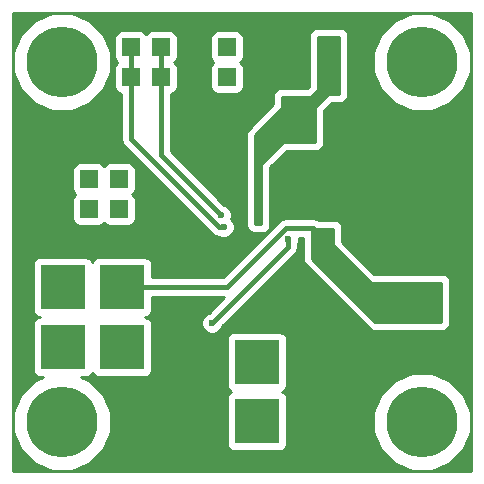
<source format=gbr>
G04 #@! TF.FileFunction,Copper,L1,Top,Signal*
%FSLAX46Y46*%
G04 Gerber Fmt 4.6, Leading zero omitted, Abs format (unit mm)*
G04 Created by KiCad (PCBNEW 0.201508241000+6117~28~ubuntu15.04.1-product) date Út 25. srpen 2015, 11:09:19 CEST*
%MOMM*%
G01*
G04 APERTURE LIST*
%ADD10C,0.100000*%
%ADD11R,1.524000X1.524000*%
%ADD12C,6.000000*%
%ADD13R,3.810000X3.810000*%
%ADD14C,0.600000*%
%ADD15C,0.250000*%
%ADD16C,0.400000*%
%ADD17C,0.254000*%
G04 APERTURE END LIST*
D10*
D11*
X9906000Y12954000D03*
X7366000Y12954000D03*
X4826000Y12954000D03*
X9906000Y15494000D03*
X7366000Y15494000D03*
X4826000Y15494000D03*
X10922000Y24130000D03*
X10922000Y26670000D03*
X13462000Y24130000D03*
X13462000Y26670000D03*
X25146000Y24130000D03*
X25146000Y26670000D03*
X27686000Y24130000D03*
X27686000Y26670000D03*
X30226000Y24130000D03*
X30226000Y26670000D03*
X16510000Y24130000D03*
X16510000Y26670000D03*
X19050000Y24130000D03*
X19050000Y26670000D03*
X21590000Y24130000D03*
X21590000Y26670000D03*
D12*
X5080000Y25400000D03*
X5080000Y-5080000D03*
X35560000Y25400000D03*
X35560000Y-5080000D03*
D13*
X5160000Y6350000D03*
X10160000Y6350000D03*
X5160000Y1270000D03*
X10160000Y1270000D03*
X26670000Y-5000000D03*
X26670000Y0D03*
X21590000Y-5000000D03*
X21590000Y0D03*
D14*
X12192000Y12573000D03*
X12192000Y14859000D03*
X10160000Y17399000D03*
X8382000Y19050000D03*
X23241000Y12319000D03*
X22987000Y16129000D03*
X24257000Y17145000D03*
X27940000Y17653000D03*
X29337000Y-7747000D03*
X30734000Y-381000D03*
X38481000Y-1143000D03*
X38735000Y1270000D03*
X38862000Y7747000D03*
X38735000Y11938000D03*
X38227000Y17653000D03*
X36576000Y19939000D03*
X32766000Y19939000D03*
X32893000Y18542000D03*
X34671000Y16891000D03*
X17780000Y3302000D03*
X24217010Y10414000D03*
X36830000Y3810000D03*
X36830000Y4572000D03*
X36830000Y5334000D03*
X36830000Y6096000D03*
X27432000Y11073110D03*
X26670000Y11073110D03*
X21717000Y12192038D03*
X21717000Y12954000D03*
X18796000Y11430000D03*
X18542000Y12446000D03*
D15*
X12192000Y14859000D02*
X12192000Y12573000D01*
X8382000Y19050000D02*
X8509000Y19050000D01*
X8509000Y19050000D02*
X10160000Y17399000D01*
X22987000Y16129000D02*
X22987000Y12573000D01*
X22987000Y12573000D02*
X23241000Y12319000D01*
X27940000Y17653000D02*
X27432000Y17145000D01*
X27432000Y17145000D02*
X24257000Y17145000D01*
X29337000Y-7747000D02*
X26670000Y-5080000D01*
X26670000Y-5080000D02*
X26670000Y-5000000D01*
X38481000Y-1143000D02*
X37719000Y-381000D01*
X37719000Y-381000D02*
X30734000Y-381000D01*
X38862000Y7747000D02*
X38862000Y1397000D01*
X38862000Y1397000D02*
X38735000Y1270000D01*
X38227000Y17653000D02*
X38735000Y17145000D01*
X38735000Y17145000D02*
X38735000Y11938000D01*
X32766000Y19939000D02*
X36576000Y19939000D01*
X34671000Y16891000D02*
X34544000Y16891000D01*
X34544000Y16891000D02*
X32893000Y18542000D01*
D16*
X24217010Y10414000D02*
X24217010Y9739010D01*
X24217010Y9739010D02*
X17780000Y3302000D01*
X19050000Y4572000D02*
X19558000Y5080000D01*
X17780000Y3302000D02*
X19050000Y4572000D01*
X24073109Y11373109D02*
X19050000Y6350000D01*
X19050000Y6350000D02*
X10160000Y6350000D01*
X26670000Y11073110D02*
X26370001Y11373109D01*
X26370001Y11373109D02*
X24073109Y11373109D01*
X36830000Y4572000D02*
X36830000Y3810000D01*
X36830000Y6096000D02*
X36830000Y5334000D01*
X21717000Y12954000D02*
X21717000Y12192038D01*
X21717000Y13378264D02*
X21717000Y12954000D01*
X21717000Y17907000D02*
X21717000Y13378264D01*
X21590000Y18034000D02*
X21717000Y17907000D01*
X18796000Y11430000D02*
X18371736Y11430000D01*
X18371736Y11430000D02*
X10922000Y18879736D01*
X10922000Y18879736D02*
X10922000Y22968000D01*
X10922000Y22968000D02*
X10922000Y24130000D01*
X10922000Y24130000D02*
X10922000Y26670000D01*
X13462000Y24130000D02*
X13462000Y26670000D01*
X18542000Y12446000D02*
X13462000Y17526000D01*
X13462000Y17526000D02*
X13462000Y24130000D01*
D17*
G36*
X39701000Y-9221000D02*
X939000Y-9221000D01*
X939000Y-5897310D01*
X952285Y-5897310D01*
X1579259Y-7414704D01*
X2739190Y-8576660D01*
X4255487Y-9206282D01*
X5897310Y-9207715D01*
X7414704Y-8580741D01*
X8576660Y-7420810D01*
X9206282Y-5904513D01*
X9207715Y-4262690D01*
X8580741Y-2745296D01*
X7420810Y-1583340D01*
X6696163Y-1282440D01*
X7065000Y-1282440D01*
X7300317Y-1238162D01*
X7516441Y-1099090D01*
X7661431Y-886890D01*
X7661687Y-885624D01*
X7790910Y-1086441D01*
X8003110Y-1231431D01*
X8255000Y-1282440D01*
X12065000Y-1282440D01*
X12300317Y-1238162D01*
X12516441Y-1099090D01*
X12661431Y-886890D01*
X12712440Y-635000D01*
X12712440Y1905000D01*
X19037560Y1905000D01*
X19037560Y-1905000D01*
X19081838Y-2140317D01*
X19220910Y-2356441D01*
X19433110Y-2501431D01*
X19434376Y-2501687D01*
X19233559Y-2630910D01*
X19088569Y-2843110D01*
X19037560Y-3095000D01*
X19037560Y-6905000D01*
X19081838Y-7140317D01*
X19220910Y-7356441D01*
X19433110Y-7501431D01*
X19685000Y-7552440D01*
X23495000Y-7552440D01*
X23730317Y-7508162D01*
X23946441Y-7369090D01*
X24091431Y-7156890D01*
X24142440Y-6905000D01*
X24142440Y-5897310D01*
X31432285Y-5897310D01*
X32059259Y-7414704D01*
X33219190Y-8576660D01*
X34735487Y-9206282D01*
X36377310Y-9207715D01*
X37894704Y-8580741D01*
X39056660Y-7420810D01*
X39686282Y-5904513D01*
X39687715Y-4262690D01*
X39060741Y-2745296D01*
X37900810Y-1583340D01*
X36384513Y-953718D01*
X34742690Y-952285D01*
X33225296Y-1579259D01*
X32063340Y-2739190D01*
X31433718Y-4255487D01*
X31432285Y-5897310D01*
X24142440Y-5897310D01*
X24142440Y-3095000D01*
X24098162Y-2859683D01*
X23959090Y-2643559D01*
X23746890Y-2498569D01*
X23745624Y-2498313D01*
X23946441Y-2369090D01*
X24091431Y-2156890D01*
X24142440Y-1905000D01*
X24142440Y1905000D01*
X24098162Y2140317D01*
X23959090Y2356441D01*
X23746890Y2501431D01*
X23495000Y2552440D01*
X19685000Y2552440D01*
X19449683Y2508162D01*
X19233559Y2369090D01*
X19088569Y2156890D01*
X19037560Y1905000D01*
X12712440Y1905000D01*
X12712440Y3175000D01*
X12668162Y3410317D01*
X12529090Y3626441D01*
X12316890Y3771431D01*
X12128686Y3809543D01*
X12300317Y3841838D01*
X12516441Y3980910D01*
X12661431Y4193110D01*
X12712440Y4445000D01*
X12712440Y5515000D01*
X18812131Y5515000D01*
X18704132Y5407000D01*
X17491667Y4194535D01*
X17251057Y4095117D01*
X16987808Y3832327D01*
X16845162Y3488799D01*
X16844838Y3116833D01*
X16986883Y2773057D01*
X17249673Y2509808D01*
X17593201Y2367162D01*
X17965167Y2366838D01*
X18308943Y2508883D01*
X18572192Y2771673D01*
X18672778Y3013910D01*
X19868551Y4209683D01*
X20148434Y4489565D01*
X20148436Y4489568D01*
X24807444Y9148576D01*
X24988449Y9419469D01*
X25052010Y9739010D01*
X25052010Y9986766D01*
X25151848Y10227201D01*
X25152119Y10538109D01*
X25527000Y10538109D01*
X25527000Y8636000D01*
X25573672Y8397054D01*
X25712987Y8186987D01*
X31046987Y2852987D01*
X31248949Y2717029D01*
X31496000Y2667000D01*
X37338000Y2667000D01*
X37568795Y2710427D01*
X37780767Y2846827D01*
X37922971Y3054949D01*
X37973000Y3302000D01*
X37973000Y6858000D01*
X37929573Y7088795D01*
X37793173Y7300767D01*
X37585051Y7442971D01*
X37338000Y7493000D01*
X31505026Y7493000D01*
X28829000Y10169026D01*
X28829000Y11430000D01*
X28785573Y11660795D01*
X28649173Y11872767D01*
X28441051Y12014971D01*
X28194000Y12065000D01*
X26808594Y12065000D01*
X26689542Y12144548D01*
X26370001Y12208109D01*
X24073109Y12208109D01*
X23753568Y12144548D01*
X23482675Y11963543D01*
X18704132Y7185000D01*
X12712440Y7185000D01*
X12712440Y8255000D01*
X12668162Y8490317D01*
X12529090Y8706441D01*
X12316890Y8851431D01*
X12065000Y8902440D01*
X8255000Y8902440D01*
X8019683Y8858162D01*
X7803559Y8719090D01*
X7658569Y8506890D01*
X7658313Y8505624D01*
X7529090Y8706441D01*
X7316890Y8851431D01*
X7065000Y8902440D01*
X3255000Y8902440D01*
X3019683Y8858162D01*
X2803559Y8719090D01*
X2658569Y8506890D01*
X2607560Y8255000D01*
X2607560Y4445000D01*
X2651838Y4209683D01*
X2790910Y3993559D01*
X3003110Y3848569D01*
X3191314Y3810457D01*
X3019683Y3778162D01*
X2803559Y3639090D01*
X2658569Y3426890D01*
X2607560Y3175000D01*
X2607560Y-635000D01*
X2651838Y-870317D01*
X2790910Y-1086441D01*
X3003110Y-1231431D01*
X3255000Y-1282440D01*
X3463653Y-1282440D01*
X2745296Y-1579259D01*
X1583340Y-2739190D01*
X953718Y-4255487D01*
X952285Y-5897310D01*
X939000Y-5897310D01*
X939000Y16256000D01*
X5956560Y16256000D01*
X5956560Y14732000D01*
X6000838Y14496683D01*
X6139910Y14280559D01*
X6221770Y14224626D01*
X6152559Y14180090D01*
X6007569Y13967890D01*
X5956560Y13716000D01*
X5956560Y12192000D01*
X6000838Y11956683D01*
X6139910Y11740559D01*
X6352110Y11595569D01*
X6604000Y11544560D01*
X8128000Y11544560D01*
X8363317Y11588838D01*
X8579441Y11727910D01*
X8635374Y11809770D01*
X8679910Y11740559D01*
X8892110Y11595569D01*
X9144000Y11544560D01*
X10668000Y11544560D01*
X10903317Y11588838D01*
X11119441Y11727910D01*
X11264431Y11940110D01*
X11315440Y12192000D01*
X11315440Y13716000D01*
X11271162Y13951317D01*
X11132090Y14167441D01*
X11050230Y14223374D01*
X11119441Y14267910D01*
X11264431Y14480110D01*
X11315440Y14732000D01*
X11315440Y16256000D01*
X11271162Y16491317D01*
X11132090Y16707441D01*
X10919890Y16852431D01*
X10668000Y16903440D01*
X9144000Y16903440D01*
X8908683Y16859162D01*
X8692559Y16720090D01*
X8636626Y16638230D01*
X8592090Y16707441D01*
X8379890Y16852431D01*
X8128000Y16903440D01*
X6604000Y16903440D01*
X6368683Y16859162D01*
X6152559Y16720090D01*
X6007569Y16507890D01*
X5956560Y16256000D01*
X939000Y16256000D01*
X939000Y24582690D01*
X952285Y24582690D01*
X1579259Y23065296D01*
X2739190Y21903340D01*
X4255487Y21273718D01*
X5897310Y21272285D01*
X7414704Y21899259D01*
X8576660Y23059190D01*
X9206282Y24575487D01*
X9207715Y26217310D01*
X8705816Y27432000D01*
X9512560Y27432000D01*
X9512560Y25908000D01*
X9556838Y25672683D01*
X9695910Y25456559D01*
X9777770Y25400626D01*
X9708559Y25356090D01*
X9563569Y25143890D01*
X9512560Y24892000D01*
X9512560Y23368000D01*
X9556838Y23132683D01*
X9695910Y22916559D01*
X9908110Y22771569D01*
X10087000Y22735343D01*
X10087000Y18879736D01*
X10150561Y18560195D01*
X10162719Y18542000D01*
X10331566Y18289302D01*
X17781302Y10839566D01*
X18052196Y10658560D01*
X18366034Y10596134D01*
X18609201Y10495162D01*
X18981167Y10494838D01*
X19324943Y10636883D01*
X19588192Y10899673D01*
X19730838Y11243201D01*
X19731162Y11615167D01*
X19589117Y11958943D01*
X19421770Y12126583D01*
X19476838Y12259201D01*
X19477162Y12631167D01*
X19335117Y12974943D01*
X19072327Y13238192D01*
X18830090Y13338778D01*
X14297000Y17871868D01*
X14297000Y19304000D01*
X20701000Y19304000D01*
X20701000Y11557000D01*
X20744427Y11326205D01*
X20880827Y11114233D01*
X21088949Y10972029D01*
X21336000Y10922000D01*
X22098000Y10922000D01*
X22328795Y10965427D01*
X22540767Y11101827D01*
X22682971Y11309949D01*
X22733000Y11557000D01*
X22733000Y16500974D01*
X24139026Y17907000D01*
X26670000Y17907000D01*
X26900795Y17950427D01*
X27112767Y18086827D01*
X27254971Y18294949D01*
X27305000Y18542000D01*
X27305000Y21326974D01*
X27949026Y21971000D01*
X28702000Y21971000D01*
X28932795Y22014427D01*
X29144767Y22150827D01*
X29286971Y22358949D01*
X29337000Y22606000D01*
X29337000Y24582690D01*
X31432285Y24582690D01*
X32059259Y23065296D01*
X33219190Y21903340D01*
X34735487Y21273718D01*
X36377310Y21272285D01*
X37894704Y21899259D01*
X39056660Y23059190D01*
X39686282Y24575487D01*
X39687715Y26217310D01*
X39060741Y27734704D01*
X37900810Y28896660D01*
X36384513Y29526282D01*
X34742690Y29527715D01*
X33225296Y28900741D01*
X32063340Y27740810D01*
X31433718Y26224513D01*
X31432285Y24582690D01*
X29337000Y24582690D01*
X29337000Y27686000D01*
X29293573Y27916795D01*
X29157173Y28128767D01*
X28949051Y28270971D01*
X28702000Y28321000D01*
X26670000Y28321000D01*
X26439205Y28277573D01*
X26227233Y28141173D01*
X26085029Y27933051D01*
X26035000Y27686000D01*
X26035000Y23377026D01*
X25898974Y23241000D01*
X23622000Y23241000D01*
X23391205Y23197573D01*
X23179233Y23061173D01*
X23037029Y22853051D01*
X22987000Y22606000D01*
X22987000Y21853026D01*
X20886987Y19753013D01*
X20751029Y19551051D01*
X20701000Y19304000D01*
X14297000Y19304000D01*
X14297000Y22734296D01*
X14459317Y22764838D01*
X14675441Y22903910D01*
X14820431Y23116110D01*
X14871440Y23368000D01*
X14871440Y24892000D01*
X14827162Y25127317D01*
X14688090Y25343441D01*
X14606230Y25399374D01*
X14675441Y25443910D01*
X14820431Y25656110D01*
X14871440Y25908000D01*
X14871440Y27432000D01*
X17640560Y27432000D01*
X17640560Y25908000D01*
X17684838Y25672683D01*
X17823910Y25456559D01*
X17905770Y25400626D01*
X17836559Y25356090D01*
X17691569Y25143890D01*
X17640560Y24892000D01*
X17640560Y23368000D01*
X17684838Y23132683D01*
X17823910Y22916559D01*
X18036110Y22771569D01*
X18288000Y22720560D01*
X19812000Y22720560D01*
X20047317Y22764838D01*
X20263441Y22903910D01*
X20408431Y23116110D01*
X20459440Y23368000D01*
X20459440Y24892000D01*
X20415162Y25127317D01*
X20276090Y25343441D01*
X20194230Y25399374D01*
X20263441Y25443910D01*
X20408431Y25656110D01*
X20459440Y25908000D01*
X20459440Y27432000D01*
X20415162Y27667317D01*
X20276090Y27883441D01*
X20063890Y28028431D01*
X19812000Y28079440D01*
X18288000Y28079440D01*
X18052683Y28035162D01*
X17836559Y27896090D01*
X17691569Y27683890D01*
X17640560Y27432000D01*
X14871440Y27432000D01*
X14827162Y27667317D01*
X14688090Y27883441D01*
X14475890Y28028431D01*
X14224000Y28079440D01*
X12700000Y28079440D01*
X12464683Y28035162D01*
X12248559Y27896090D01*
X12192626Y27814230D01*
X12148090Y27883441D01*
X11935890Y28028431D01*
X11684000Y28079440D01*
X10160000Y28079440D01*
X9924683Y28035162D01*
X9708559Y27896090D01*
X9563569Y27683890D01*
X9512560Y27432000D01*
X8705816Y27432000D01*
X8580741Y27734704D01*
X7420810Y28896660D01*
X5904513Y29526282D01*
X4262690Y29527715D01*
X2745296Y28900741D01*
X1583340Y27740810D01*
X953718Y26224513D01*
X952285Y24582690D01*
X939000Y24582690D01*
X939000Y29541000D01*
X39701000Y29541000D01*
X39701000Y-9221000D01*
X39701000Y-9221000D01*
G37*
X39701000Y-9221000D02*
X939000Y-9221000D01*
X939000Y-5897310D01*
X952285Y-5897310D01*
X1579259Y-7414704D01*
X2739190Y-8576660D01*
X4255487Y-9206282D01*
X5897310Y-9207715D01*
X7414704Y-8580741D01*
X8576660Y-7420810D01*
X9206282Y-5904513D01*
X9207715Y-4262690D01*
X8580741Y-2745296D01*
X7420810Y-1583340D01*
X6696163Y-1282440D01*
X7065000Y-1282440D01*
X7300317Y-1238162D01*
X7516441Y-1099090D01*
X7661431Y-886890D01*
X7661687Y-885624D01*
X7790910Y-1086441D01*
X8003110Y-1231431D01*
X8255000Y-1282440D01*
X12065000Y-1282440D01*
X12300317Y-1238162D01*
X12516441Y-1099090D01*
X12661431Y-886890D01*
X12712440Y-635000D01*
X12712440Y1905000D01*
X19037560Y1905000D01*
X19037560Y-1905000D01*
X19081838Y-2140317D01*
X19220910Y-2356441D01*
X19433110Y-2501431D01*
X19434376Y-2501687D01*
X19233559Y-2630910D01*
X19088569Y-2843110D01*
X19037560Y-3095000D01*
X19037560Y-6905000D01*
X19081838Y-7140317D01*
X19220910Y-7356441D01*
X19433110Y-7501431D01*
X19685000Y-7552440D01*
X23495000Y-7552440D01*
X23730317Y-7508162D01*
X23946441Y-7369090D01*
X24091431Y-7156890D01*
X24142440Y-6905000D01*
X24142440Y-5897310D01*
X31432285Y-5897310D01*
X32059259Y-7414704D01*
X33219190Y-8576660D01*
X34735487Y-9206282D01*
X36377310Y-9207715D01*
X37894704Y-8580741D01*
X39056660Y-7420810D01*
X39686282Y-5904513D01*
X39687715Y-4262690D01*
X39060741Y-2745296D01*
X37900810Y-1583340D01*
X36384513Y-953718D01*
X34742690Y-952285D01*
X33225296Y-1579259D01*
X32063340Y-2739190D01*
X31433718Y-4255487D01*
X31432285Y-5897310D01*
X24142440Y-5897310D01*
X24142440Y-3095000D01*
X24098162Y-2859683D01*
X23959090Y-2643559D01*
X23746890Y-2498569D01*
X23745624Y-2498313D01*
X23946441Y-2369090D01*
X24091431Y-2156890D01*
X24142440Y-1905000D01*
X24142440Y1905000D01*
X24098162Y2140317D01*
X23959090Y2356441D01*
X23746890Y2501431D01*
X23495000Y2552440D01*
X19685000Y2552440D01*
X19449683Y2508162D01*
X19233559Y2369090D01*
X19088569Y2156890D01*
X19037560Y1905000D01*
X12712440Y1905000D01*
X12712440Y3175000D01*
X12668162Y3410317D01*
X12529090Y3626441D01*
X12316890Y3771431D01*
X12128686Y3809543D01*
X12300317Y3841838D01*
X12516441Y3980910D01*
X12661431Y4193110D01*
X12712440Y4445000D01*
X12712440Y5515000D01*
X18812131Y5515000D01*
X18704132Y5407000D01*
X17491667Y4194535D01*
X17251057Y4095117D01*
X16987808Y3832327D01*
X16845162Y3488799D01*
X16844838Y3116833D01*
X16986883Y2773057D01*
X17249673Y2509808D01*
X17593201Y2367162D01*
X17965167Y2366838D01*
X18308943Y2508883D01*
X18572192Y2771673D01*
X18672778Y3013910D01*
X19868551Y4209683D01*
X20148434Y4489565D01*
X20148436Y4489568D01*
X24807444Y9148576D01*
X24988449Y9419469D01*
X25052010Y9739010D01*
X25052010Y9986766D01*
X25151848Y10227201D01*
X25152119Y10538109D01*
X25527000Y10538109D01*
X25527000Y8636000D01*
X25573672Y8397054D01*
X25712987Y8186987D01*
X31046987Y2852987D01*
X31248949Y2717029D01*
X31496000Y2667000D01*
X37338000Y2667000D01*
X37568795Y2710427D01*
X37780767Y2846827D01*
X37922971Y3054949D01*
X37973000Y3302000D01*
X37973000Y6858000D01*
X37929573Y7088795D01*
X37793173Y7300767D01*
X37585051Y7442971D01*
X37338000Y7493000D01*
X31505026Y7493000D01*
X28829000Y10169026D01*
X28829000Y11430000D01*
X28785573Y11660795D01*
X28649173Y11872767D01*
X28441051Y12014971D01*
X28194000Y12065000D01*
X26808594Y12065000D01*
X26689542Y12144548D01*
X26370001Y12208109D01*
X24073109Y12208109D01*
X23753568Y12144548D01*
X23482675Y11963543D01*
X18704132Y7185000D01*
X12712440Y7185000D01*
X12712440Y8255000D01*
X12668162Y8490317D01*
X12529090Y8706441D01*
X12316890Y8851431D01*
X12065000Y8902440D01*
X8255000Y8902440D01*
X8019683Y8858162D01*
X7803559Y8719090D01*
X7658569Y8506890D01*
X7658313Y8505624D01*
X7529090Y8706441D01*
X7316890Y8851431D01*
X7065000Y8902440D01*
X3255000Y8902440D01*
X3019683Y8858162D01*
X2803559Y8719090D01*
X2658569Y8506890D01*
X2607560Y8255000D01*
X2607560Y4445000D01*
X2651838Y4209683D01*
X2790910Y3993559D01*
X3003110Y3848569D01*
X3191314Y3810457D01*
X3019683Y3778162D01*
X2803559Y3639090D01*
X2658569Y3426890D01*
X2607560Y3175000D01*
X2607560Y-635000D01*
X2651838Y-870317D01*
X2790910Y-1086441D01*
X3003110Y-1231431D01*
X3255000Y-1282440D01*
X3463653Y-1282440D01*
X2745296Y-1579259D01*
X1583340Y-2739190D01*
X953718Y-4255487D01*
X952285Y-5897310D01*
X939000Y-5897310D01*
X939000Y16256000D01*
X5956560Y16256000D01*
X5956560Y14732000D01*
X6000838Y14496683D01*
X6139910Y14280559D01*
X6221770Y14224626D01*
X6152559Y14180090D01*
X6007569Y13967890D01*
X5956560Y13716000D01*
X5956560Y12192000D01*
X6000838Y11956683D01*
X6139910Y11740559D01*
X6352110Y11595569D01*
X6604000Y11544560D01*
X8128000Y11544560D01*
X8363317Y11588838D01*
X8579441Y11727910D01*
X8635374Y11809770D01*
X8679910Y11740559D01*
X8892110Y11595569D01*
X9144000Y11544560D01*
X10668000Y11544560D01*
X10903317Y11588838D01*
X11119441Y11727910D01*
X11264431Y11940110D01*
X11315440Y12192000D01*
X11315440Y13716000D01*
X11271162Y13951317D01*
X11132090Y14167441D01*
X11050230Y14223374D01*
X11119441Y14267910D01*
X11264431Y14480110D01*
X11315440Y14732000D01*
X11315440Y16256000D01*
X11271162Y16491317D01*
X11132090Y16707441D01*
X10919890Y16852431D01*
X10668000Y16903440D01*
X9144000Y16903440D01*
X8908683Y16859162D01*
X8692559Y16720090D01*
X8636626Y16638230D01*
X8592090Y16707441D01*
X8379890Y16852431D01*
X8128000Y16903440D01*
X6604000Y16903440D01*
X6368683Y16859162D01*
X6152559Y16720090D01*
X6007569Y16507890D01*
X5956560Y16256000D01*
X939000Y16256000D01*
X939000Y24582690D01*
X952285Y24582690D01*
X1579259Y23065296D01*
X2739190Y21903340D01*
X4255487Y21273718D01*
X5897310Y21272285D01*
X7414704Y21899259D01*
X8576660Y23059190D01*
X9206282Y24575487D01*
X9207715Y26217310D01*
X8705816Y27432000D01*
X9512560Y27432000D01*
X9512560Y25908000D01*
X9556838Y25672683D01*
X9695910Y25456559D01*
X9777770Y25400626D01*
X9708559Y25356090D01*
X9563569Y25143890D01*
X9512560Y24892000D01*
X9512560Y23368000D01*
X9556838Y23132683D01*
X9695910Y22916559D01*
X9908110Y22771569D01*
X10087000Y22735343D01*
X10087000Y18879736D01*
X10150561Y18560195D01*
X10162719Y18542000D01*
X10331566Y18289302D01*
X17781302Y10839566D01*
X18052196Y10658560D01*
X18366034Y10596134D01*
X18609201Y10495162D01*
X18981167Y10494838D01*
X19324943Y10636883D01*
X19588192Y10899673D01*
X19730838Y11243201D01*
X19731162Y11615167D01*
X19589117Y11958943D01*
X19421770Y12126583D01*
X19476838Y12259201D01*
X19477162Y12631167D01*
X19335117Y12974943D01*
X19072327Y13238192D01*
X18830090Y13338778D01*
X14297000Y17871868D01*
X14297000Y19304000D01*
X20701000Y19304000D01*
X20701000Y11557000D01*
X20744427Y11326205D01*
X20880827Y11114233D01*
X21088949Y10972029D01*
X21336000Y10922000D01*
X22098000Y10922000D01*
X22328795Y10965427D01*
X22540767Y11101827D01*
X22682971Y11309949D01*
X22733000Y11557000D01*
X22733000Y16500974D01*
X24139026Y17907000D01*
X26670000Y17907000D01*
X26900795Y17950427D01*
X27112767Y18086827D01*
X27254971Y18294949D01*
X27305000Y18542000D01*
X27305000Y21326974D01*
X27949026Y21971000D01*
X28702000Y21971000D01*
X28932795Y22014427D01*
X29144767Y22150827D01*
X29286971Y22358949D01*
X29337000Y22606000D01*
X29337000Y24582690D01*
X31432285Y24582690D01*
X32059259Y23065296D01*
X33219190Y21903340D01*
X34735487Y21273718D01*
X36377310Y21272285D01*
X37894704Y21899259D01*
X39056660Y23059190D01*
X39686282Y24575487D01*
X39687715Y26217310D01*
X39060741Y27734704D01*
X37900810Y28896660D01*
X36384513Y29526282D01*
X34742690Y29527715D01*
X33225296Y28900741D01*
X32063340Y27740810D01*
X31433718Y26224513D01*
X31432285Y24582690D01*
X29337000Y24582690D01*
X29337000Y27686000D01*
X29293573Y27916795D01*
X29157173Y28128767D01*
X28949051Y28270971D01*
X28702000Y28321000D01*
X26670000Y28321000D01*
X26439205Y28277573D01*
X26227233Y28141173D01*
X26085029Y27933051D01*
X26035000Y27686000D01*
X26035000Y23377026D01*
X25898974Y23241000D01*
X23622000Y23241000D01*
X23391205Y23197573D01*
X23179233Y23061173D01*
X23037029Y22853051D01*
X22987000Y22606000D01*
X22987000Y21853026D01*
X20886987Y19753013D01*
X20751029Y19551051D01*
X20701000Y19304000D01*
X14297000Y19304000D01*
X14297000Y22734296D01*
X14459317Y22764838D01*
X14675441Y22903910D01*
X14820431Y23116110D01*
X14871440Y23368000D01*
X14871440Y24892000D01*
X14827162Y25127317D01*
X14688090Y25343441D01*
X14606230Y25399374D01*
X14675441Y25443910D01*
X14820431Y25656110D01*
X14871440Y25908000D01*
X14871440Y27432000D01*
X17640560Y27432000D01*
X17640560Y25908000D01*
X17684838Y25672683D01*
X17823910Y25456559D01*
X17905770Y25400626D01*
X17836559Y25356090D01*
X17691569Y25143890D01*
X17640560Y24892000D01*
X17640560Y23368000D01*
X17684838Y23132683D01*
X17823910Y22916559D01*
X18036110Y22771569D01*
X18288000Y22720560D01*
X19812000Y22720560D01*
X20047317Y22764838D01*
X20263441Y22903910D01*
X20408431Y23116110D01*
X20459440Y23368000D01*
X20459440Y24892000D01*
X20415162Y25127317D01*
X20276090Y25343441D01*
X20194230Y25399374D01*
X20263441Y25443910D01*
X20408431Y25656110D01*
X20459440Y25908000D01*
X20459440Y27432000D01*
X20415162Y27667317D01*
X20276090Y27883441D01*
X20063890Y28028431D01*
X19812000Y28079440D01*
X18288000Y28079440D01*
X18052683Y28035162D01*
X17836559Y27896090D01*
X17691569Y27683890D01*
X17640560Y27432000D01*
X14871440Y27432000D01*
X14827162Y27667317D01*
X14688090Y27883441D01*
X14475890Y28028431D01*
X14224000Y28079440D01*
X12700000Y28079440D01*
X12464683Y28035162D01*
X12248559Y27896090D01*
X12192626Y27814230D01*
X12148090Y27883441D01*
X11935890Y28028431D01*
X11684000Y28079440D01*
X10160000Y28079440D01*
X9924683Y28035162D01*
X9708559Y27896090D01*
X9563569Y27683890D01*
X9512560Y27432000D01*
X8705816Y27432000D01*
X8580741Y27734704D01*
X7420810Y28896660D01*
X5904513Y29526282D01*
X4262690Y29527715D01*
X2745296Y28900741D01*
X1583340Y27740810D01*
X953718Y26224513D01*
X952285Y24582690D01*
X939000Y24582690D01*
X939000Y29541000D01*
X39701000Y29541000D01*
X39701000Y-9221000D01*
G36*
X28067000Y9906000D02*
X28077006Y9856590D01*
X28104197Y9816197D01*
X31152197Y6768197D01*
X31194211Y6740334D01*
X31242000Y6731000D01*
X37211000Y6731000D01*
X37211000Y3429000D01*
X31548606Y3429000D01*
X26289000Y8688606D01*
X26289000Y11303000D01*
X28067000Y11303000D01*
X28067000Y9906000D01*
X28067000Y9906000D01*
G37*
X28067000Y9906000D02*
X28077006Y9856590D01*
X28104197Y9816197D01*
X31152197Y6768197D01*
X31194211Y6740334D01*
X31242000Y6731000D01*
X37211000Y6731000D01*
X37211000Y3429000D01*
X31548606Y3429000D01*
X26289000Y8688606D01*
X26289000Y11303000D01*
X28067000Y11303000D01*
X28067000Y9906000D01*
G36*
X28575000Y22733000D02*
X27686000Y22733000D01*
X27636590Y22722994D01*
X27596197Y22695803D01*
X26580197Y21679803D01*
X26552334Y21637789D01*
X26543000Y21590000D01*
X26543000Y18669000D01*
X23876000Y18669000D01*
X23826590Y18658994D01*
X23786197Y18631803D01*
X22008197Y16853803D01*
X21980334Y16811789D01*
X21971000Y16764000D01*
X21971000Y11684000D01*
X21463000Y11684000D01*
X21463000Y19251394D01*
X23711803Y21500197D01*
X23739666Y21542211D01*
X23749000Y21590000D01*
X23749000Y22479000D01*
X26162000Y22479000D01*
X26211410Y22489006D01*
X26251803Y22516197D01*
X26759803Y23024197D01*
X26787666Y23066211D01*
X26797000Y23114000D01*
X26797000Y27559000D01*
X28575000Y27559000D01*
X28575000Y22733000D01*
X28575000Y22733000D01*
G37*
X28575000Y22733000D02*
X27686000Y22733000D01*
X27636590Y22722994D01*
X27596197Y22695803D01*
X26580197Y21679803D01*
X26552334Y21637789D01*
X26543000Y21590000D01*
X26543000Y18669000D01*
X23876000Y18669000D01*
X23826590Y18658994D01*
X23786197Y18631803D01*
X22008197Y16853803D01*
X21980334Y16811789D01*
X21971000Y16764000D01*
X21971000Y11684000D01*
X21463000Y11684000D01*
X21463000Y19251394D01*
X23711803Y21500197D01*
X23739666Y21542211D01*
X23749000Y21590000D01*
X23749000Y22479000D01*
X26162000Y22479000D01*
X26211410Y22489006D01*
X26251803Y22516197D01*
X26759803Y23024197D01*
X26787666Y23066211D01*
X26797000Y23114000D01*
X26797000Y27559000D01*
X28575000Y27559000D01*
X28575000Y22733000D01*
M02*

</source>
